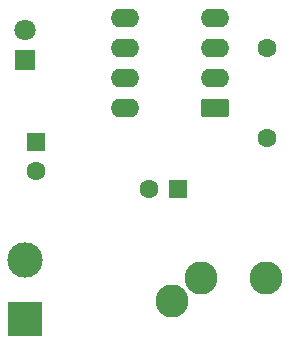
<source format=gbr>
%TF.GenerationSoftware,KiCad,Pcbnew,9.0.2*%
%TF.CreationDate,2025-07-25T11:07:30+05:30*%
%TF.ProjectId,IR_RX,49525f52-582e-46b6-9963-61645f706362,rev?*%
%TF.SameCoordinates,Original*%
%TF.FileFunction,Soldermask,Top*%
%TF.FilePolarity,Negative*%
%FSLAX46Y46*%
G04 Gerber Fmt 4.6, Leading zero omitted, Abs format (unit mm)*
G04 Created by KiCad (PCBNEW 9.0.2) date 2025-07-25 11:07:30*
%MOMM*%
%LPD*%
G01*
G04 APERTURE LIST*
G04 Aperture macros list*
%AMRoundRect*
0 Rectangle with rounded corners*
0 $1 Rounding radius*
0 $2 $3 $4 $5 $6 $7 $8 $9 X,Y pos of 4 corners*
0 Add a 4 corners polygon primitive as box body*
4,1,4,$2,$3,$4,$5,$6,$7,$8,$9,$2,$3,0*
0 Add four circle primitives for the rounded corners*
1,1,$1+$1,$2,$3*
1,1,$1+$1,$4,$5*
1,1,$1+$1,$6,$7*
1,1,$1+$1,$8,$9*
0 Add four rect primitives between the rounded corners*
20,1,$1+$1,$2,$3,$4,$5,0*
20,1,$1+$1,$4,$5,$6,$7,0*
20,1,$1+$1,$6,$7,$8,$9,0*
20,1,$1+$1,$8,$9,$2,$3,0*%
G04 Aperture macros list end*
%ADD10RoundRect,0.250000X0.950000X0.550000X-0.950000X0.550000X-0.950000X-0.550000X0.950000X-0.550000X0*%
%ADD11O,2.400000X1.600000*%
%ADD12RoundRect,0.250000X0.550000X0.550000X-0.550000X0.550000X-0.550000X-0.550000X0.550000X-0.550000X0*%
%ADD13C,1.600000*%
%ADD14R,1.800000X1.800000*%
%ADD15C,1.800000*%
%ADD16C,2.800000*%
%ADD17RoundRect,0.250000X-0.550000X0.550000X-0.550000X-0.550000X0.550000X-0.550000X0.550000X0.550000X0*%
%ADD18R,3.000000X3.000000*%
%ADD19C,3.000000*%
G04 APERTURE END LIST*
D10*
%TO.C,U1*%
X134120000Y-105120000D03*
D11*
X134120000Y-102580000D03*
X134120000Y-100040000D03*
X134120000Y-97500000D03*
X126500000Y-97500000D03*
X126500000Y-100040000D03*
X126500000Y-102580000D03*
X126500000Y-105120000D03*
%TD*%
D12*
%TO.C,10uF1*%
X131000000Y-112000000D03*
D13*
X128500000Y-112000000D03*
%TD*%
D14*
%TO.C,D1*%
X118000000Y-101040000D03*
D15*
X118000000Y-98500000D03*
%TD*%
D16*
%TO.C,J2*%
X138400000Y-119500000D03*
X130500000Y-121500000D03*
X132900000Y-119500000D03*
%TD*%
D13*
%TO.C,R2*%
X138500000Y-107690000D03*
X138500000Y-100070000D03*
%TD*%
D17*
%TO.C,C2*%
X119000000Y-108000000D03*
D13*
X119000000Y-110500000D03*
%TD*%
D18*
%TO.C,J1*%
X118000000Y-123000000D03*
D19*
X118000000Y-118000000D03*
%TD*%
M02*

</source>
